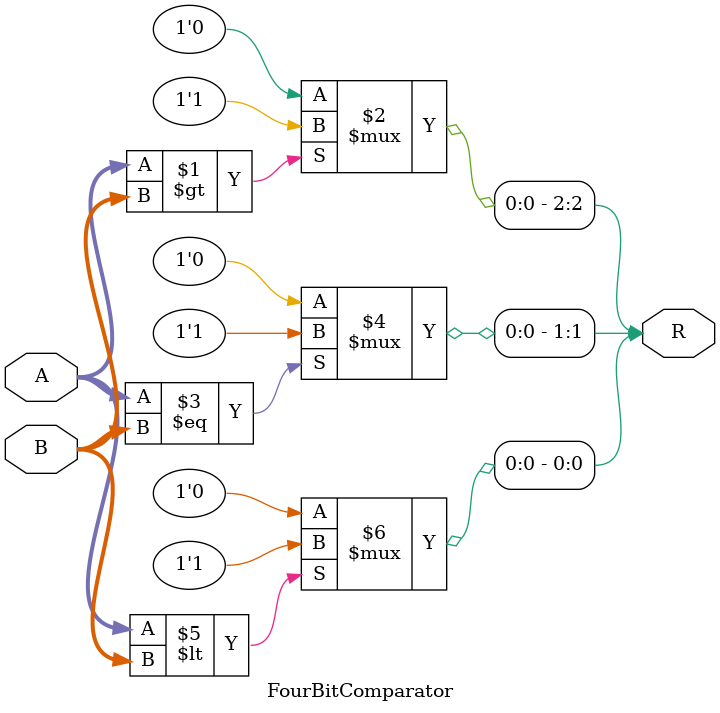
<source format=v>
/************************************
*	FILE:					FourBitComparator.v
*	AUTHOR:				Josh Ratificar
*	Class:				Gr.3 CpE 3101L Introduction to HDL
*	Group/Schedule		Friday, 7:30 AM to 10:30 AM
*	Description: 		FourBitComparator.v module
************************************/
module FourBitComparator(
	input 	[3:0]A,
	input 	[3:0]B,
	output 	[2:0]R
);
	// A > B @ R2 |R [2] = G (1 if A > B, else 0)
	assign R[2] = (A > B)? 1'b1 : 1'b0;

	// A = B @ R[1] | R[1] = E (1 if A = B, else 0)
	assign R[1] = (A == B)? 1'b1 : 1'b0;
	
	// A < B @ R[0] | R[0] = E (1 if A < B, else 0)
	assign R[0] = (A < B)? 1'b1 : 1'b0;	
endmodule

</source>
